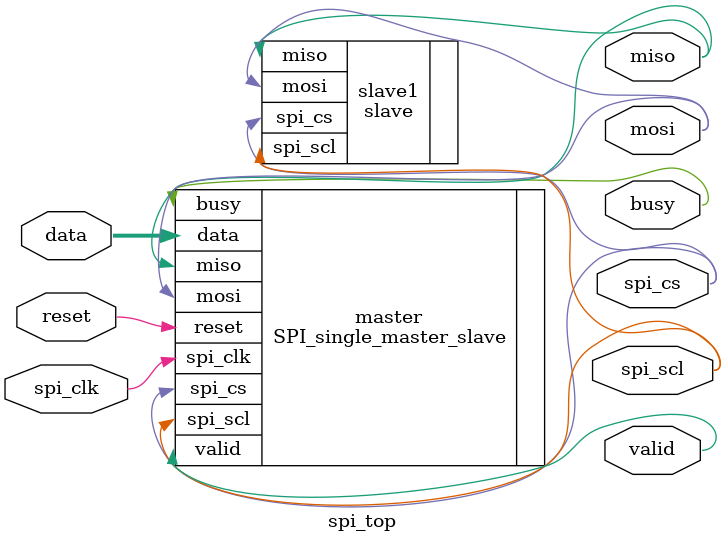
<source format=v>
/*
spi_top
This program will be acting as a top module for whole SPI operation

Author :- Anikait Sarkar
Date :- 09/05/2025
Profession :- RSA SEIP VLSI Trainee
*/

module spi_top(spi_clk,reset,miso,mosi,spi_scl,spi_cs,valid,busy,data);
input spi_clk,reset;
input [7:0]data;
output miso;
output mosi;
output spi_scl,spi_cs;
output valid,busy;
SPI_single_master_slave master(
	.spi_clk(spi_clk),
	.reset(reset),
	.miso(miso),
	.mosi(mosi),
	.spi_scl(spi_scl),
	.spi_cs(spi_cs),
	.valid(valid),
	.busy(busy),
	.data(data)
);

slave slave1(
	.spi_scl(spi_scl),
	.spi_cs(spi_cs),
	.mosi(mosi),
	.miso(miso)
);
endmodule

</source>
